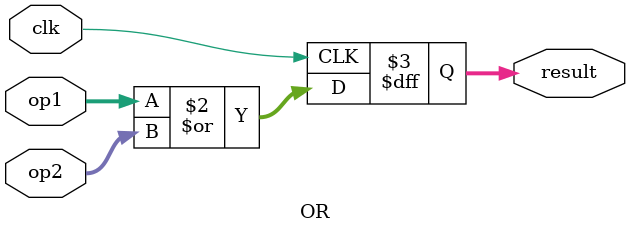
<source format=v>
module OR(clk,op1,op2,result);
    input clk ;
    input [31:0] op1;
    input [31:0]op2;
    output integer result;

    always @(posedge clk)
    begin
            result = op1 | op2;
        
    end
endmodule
</source>
